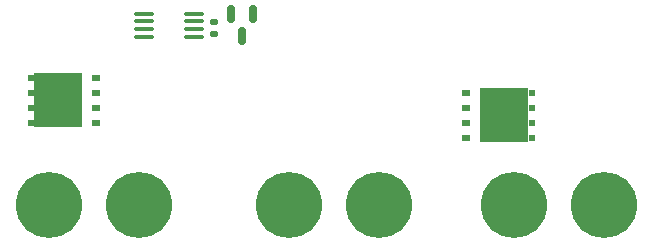
<source format=gbr>
%TF.GenerationSoftware,KiCad,Pcbnew,6.0.2+dfsg-1*%
%TF.CreationDate,2023-02-05T15:08:22-05:00*%
%TF.ProjectId,LTC4414-battery-backup-test,4c544334-3431-4342-9d62-617474657279,rev?*%
%TF.SameCoordinates,Original*%
%TF.FileFunction,Soldermask,Top*%
%TF.FilePolarity,Negative*%
%FSLAX46Y46*%
G04 Gerber Fmt 4.6, Leading zero omitted, Abs format (unit mm)*
G04 Created by KiCad (PCBNEW 6.0.2+dfsg-1) date 2023-02-05 15:08:22*
%MOMM*%
%LPD*%
G01*
G04 APERTURE LIST*
G04 Aperture macros list*
%AMRoundRect*
0 Rectangle with rounded corners*
0 $1 Rounding radius*
0 $2 $3 $4 $5 $6 $7 $8 $9 X,Y pos of 4 corners*
0 Add a 4 corners polygon primitive as box body*
4,1,4,$2,$3,$4,$5,$6,$7,$8,$9,$2,$3,0*
0 Add four circle primitives for the rounded corners*
1,1,$1+$1,$2,$3*
1,1,$1+$1,$4,$5*
1,1,$1+$1,$6,$7*
1,1,$1+$1,$8,$9*
0 Add four rect primitives between the rounded corners*
20,1,$1+$1,$2,$3,$4,$5,0*
20,1,$1+$1,$4,$5,$6,$7,0*
20,1,$1+$1,$6,$7,$8,$9,0*
20,1,$1+$1,$8,$9,$2,$3,0*%
G04 Aperture macros list end*
%ADD10C,5.600000*%
%ADD11RoundRect,0.100000X-0.712500X-0.100000X0.712500X-0.100000X0.712500X0.100000X-0.712500X0.100000X0*%
%ADD12RoundRect,0.135000X0.185000X-0.135000X0.185000X0.135000X-0.185000X0.135000X-0.185000X-0.135000X0*%
%ADD13R,0.650000X0.500000*%
%ADD14R,4.120000X4.600000*%
%ADD15R,0.550000X0.500000*%
%ADD16RoundRect,0.150000X-0.150000X0.587500X-0.150000X-0.587500X0.150000X-0.587500X0.150000X0.587500X0*%
G04 APERTURE END LIST*
D10*
%TO.C,H6*%
X100330000Y-105410000D03*
%TD*%
%TO.C,H5*%
X92710000Y-105410000D03*
%TD*%
%TO.C,H4*%
X119380000Y-105410000D03*
%TD*%
%TO.C,H3*%
X111760000Y-105410000D03*
%TD*%
%TO.C,H2*%
X80010000Y-105410000D03*
%TD*%
%TO.C,H1*%
X72390000Y-105410000D03*
%TD*%
D11*
%TO.C,U1*%
X80437500Y-89195000D03*
X80437500Y-89845000D03*
X80437500Y-90495000D03*
X80437500Y-91145000D03*
X84662500Y-91145000D03*
X84662500Y-90495000D03*
X84662500Y-89845000D03*
X84662500Y-89195000D03*
%TD*%
D12*
%TO.C,R1*%
X86360000Y-90934000D03*
X86360000Y-89914000D03*
%TD*%
D13*
%TO.C,Q2*%
X107740000Y-95885000D03*
X107740000Y-97155000D03*
X107740000Y-98425000D03*
X107740000Y-99695000D03*
D14*
X110955000Y-97790000D03*
D15*
X113290000Y-97155000D03*
X113290000Y-99695000D03*
X113290000Y-95885000D03*
X113290000Y-98425000D03*
%TD*%
D13*
%TO.C,Q1*%
X76410000Y-98425000D03*
X76410000Y-97155000D03*
X76410000Y-95885000D03*
X76410000Y-94615000D03*
D14*
X73195000Y-96520000D03*
D15*
X70860000Y-97155000D03*
X70860000Y-94615000D03*
X70860000Y-98425000D03*
X70860000Y-95885000D03*
%TD*%
D16*
%TO.C,D1*%
X89723000Y-89232500D03*
X87823000Y-89232500D03*
X88773000Y-91107500D03*
%TD*%
M02*

</source>
